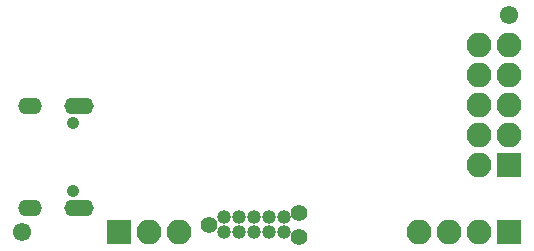
<source format=gbr>
G04 #@! TF.GenerationSoftware,KiCad,Pcbnew,(5.0.0)*
G04 #@! TF.CreationDate,2020-06-29T13:58:06-06:00*
G04 #@! TF.ProjectId,bmp,626D702E6B696361645F706362000000,rev?*
G04 #@! TF.SameCoordinates,Original*
G04 #@! TF.FileFunction,Soldermask,Bot*
G04 #@! TF.FilePolarity,Negative*
%FSLAX46Y46*%
G04 Gerber Fmt 4.6, Leading zero omitted, Abs format (unit mm)*
G04 Created by KiCad (PCBNEW (5.0.0)) date 06/29/20 13:58:06*
%MOMM*%
%LPD*%
G01*
G04 APERTURE LIST*
%ADD10O,2.000000X1.400000*%
%ADD11O,2.500000X1.400000*%
%ADD12C,1.050000*%
%ADD13C,1.390600*%
%ADD14C,1.187400*%
%ADD15R,2.100000X2.100000*%
%ADD16O,2.100000X2.100000*%
%ADD17C,1.552000*%
G04 APERTURE END LIST*
D10*
G04 #@! TO.C,J1*
X28000000Y-44325000D03*
X28000000Y-35685000D03*
D11*
X32180000Y-44325000D03*
X32180000Y-35685000D03*
D12*
X31650000Y-37115000D03*
X31650000Y-42895000D03*
G04 #@! TD*
D13*
G04 #@! TO.C,J2*
X50800000Y-46736000D03*
X50800000Y-44704000D03*
X43180000Y-45720000D03*
D14*
X44450000Y-45085000D03*
X45720000Y-45085000D03*
X46990000Y-45085000D03*
X48260000Y-45085000D03*
X49530000Y-45085000D03*
X49530000Y-46355000D03*
X48260000Y-46355000D03*
X46990000Y-46355000D03*
X45720000Y-46355000D03*
X44450000Y-46355000D03*
G04 #@! TD*
D15*
G04 #@! TO.C,J3*
X68580000Y-40640000D03*
D16*
X66040000Y-40640000D03*
X68580000Y-38100000D03*
X66040000Y-38100000D03*
X68580000Y-35560000D03*
X66040000Y-35560000D03*
X68580000Y-33020000D03*
X66040000Y-33020000D03*
X68580000Y-30480000D03*
X66040000Y-30480000D03*
G04 #@! TD*
D15*
G04 #@! TO.C,J4*
X35560000Y-46355000D03*
D16*
X38100000Y-46355000D03*
X40640000Y-46355000D03*
G04 #@! TD*
D15*
G04 #@! TO.C,J5*
X68580000Y-46355000D03*
D16*
X66040000Y-46355000D03*
X63500000Y-46355000D03*
X60960000Y-46355000D03*
G04 #@! TD*
D17*
G04 #@! TO.C,MH1*
X68580000Y-27940000D03*
G04 #@! TD*
G04 #@! TO.C,MH2*
X27305000Y-46355000D03*
G04 #@! TD*
M02*

</source>
